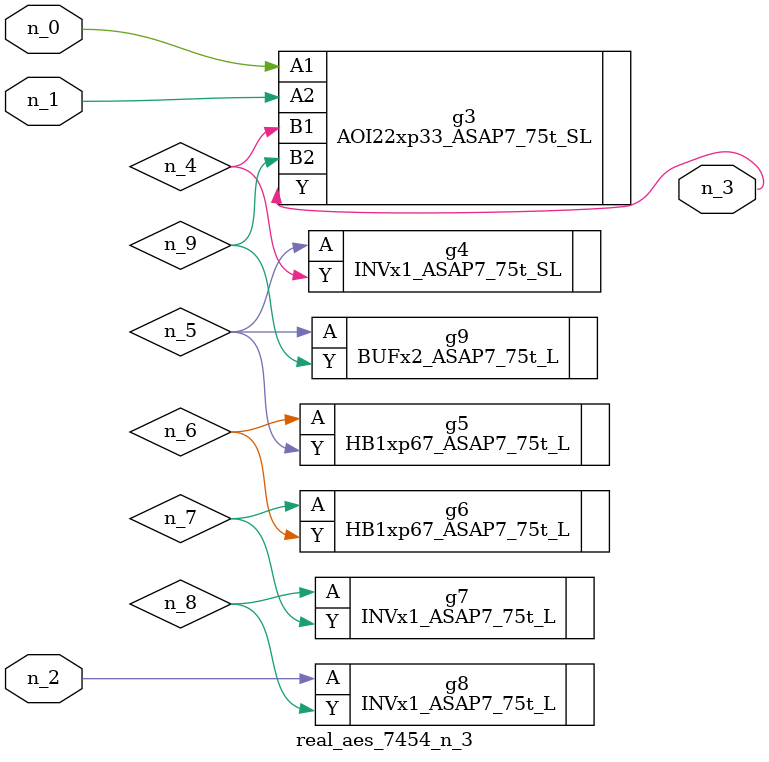
<source format=v>
module real_aes_7454_n_3 (n_0, n_2, n_1, n_3);
input n_0;
input n_2;
input n_1;
output n_3;
wire n_4;
wire n_5;
wire n_7;
wire n_9;
wire n_6;
wire n_8;
AOI22xp33_ASAP7_75t_SL g3 ( .A1(n_0), .A2(n_1), .B1(n_4), .B2(n_9), .Y(n_3) );
INVx1_ASAP7_75t_L g8 ( .A(n_2), .Y(n_8) );
INVx1_ASAP7_75t_SL g4 ( .A(n_5), .Y(n_4) );
BUFx2_ASAP7_75t_L g9 ( .A(n_5), .Y(n_9) );
HB1xp67_ASAP7_75t_L g5 ( .A(n_6), .Y(n_5) );
HB1xp67_ASAP7_75t_L g6 ( .A(n_7), .Y(n_6) );
INVx1_ASAP7_75t_L g7 ( .A(n_8), .Y(n_7) );
endmodule
</source>
